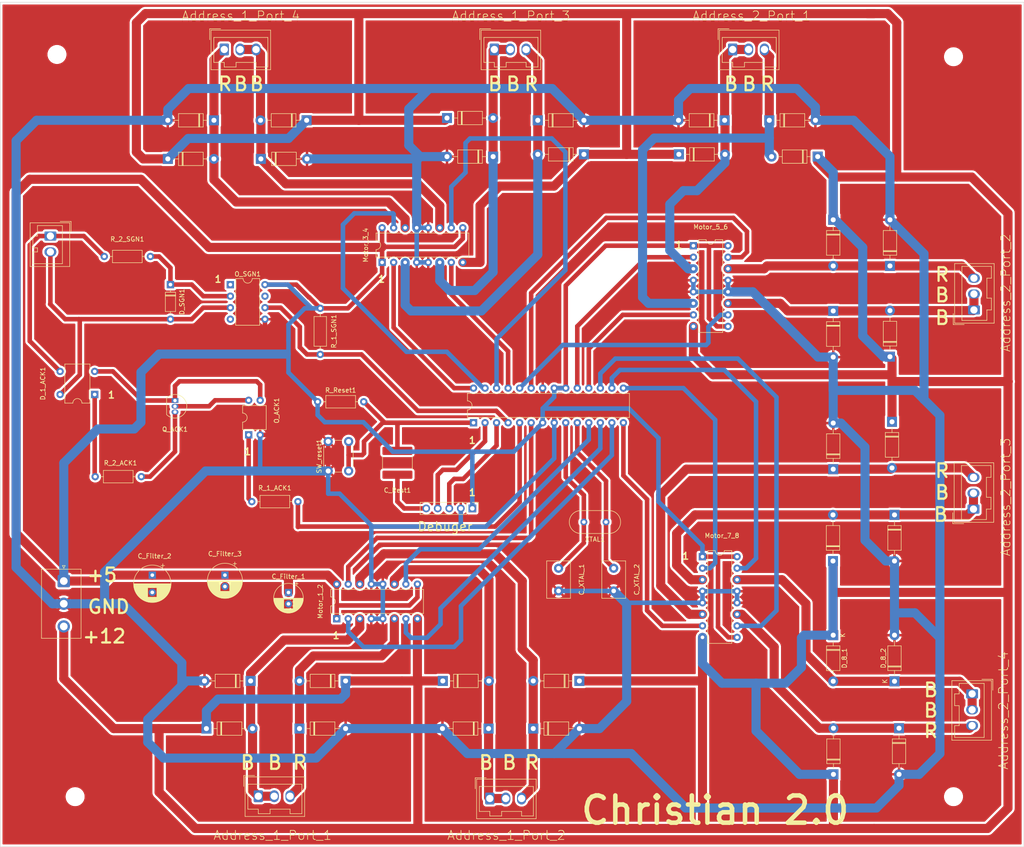
<source format=kicad_pcb>
(kicad_pcb (version 20221018) (generator pcbnew)
  (layers (0 "F.Cu" signal) (31 "B.Cu" signal) (34 "B.Paste" user) (35 "F.Paste" user) (36 "B.SilkS" user "B.Silkscreen") (37 "F.SilkS" user "F.Silkscreen") (38 "B.Mask" user) (39 "F.Mask" user) (44 "Edge.Cuts" user))
  (net 0 "")
  (net 1 "Net-(Arduino1-Pad1)")
  (net 2 "Net-(Arduino1-Pad2)")
  (net 3 "Net-(Arduino1-Pad3)")
  (net 4 "Net-(Arduino1-Pad4)")
  (net 5 "Net-(Arduino1-Pad5)")
  (net 6 "Net-(Arduino1-Pad6)")
  (net 7 "+5V")
  (net 8 "Earth")
  (net 9 "Net-(Arduino1-Pad9)")
  (net 10 "Net-(Arduino1-Pad10)")
  (net 11 "Net-(Arduino1-Pad11)")
  (net 12 "Net-(Arduino1-Pad12)")
  (net 13 "Net-(Arduino1-Pad13)")
  (net 14 "Net-(Arduino1-Pad28)")
  (net 15 "Net-(CON_DCC1-Pad1)")
  (net 16 "Net-(CON_DCC1-Pad2)")
  (net 17 "Net-(D_1_ACK1-Pad1)")
  (net 18 "Net-(D_1_ACK1-Pad2)")
  (net 19 "Net-(D_SGN1-Pad1)")
  (net 20 "Net-(Arduino1-Pad14)")
  (net 21 "Net-(Arduino1-Pad15)")
  (net 22 "Net-(Arduino1-Pad16)")
  (net 23 "+12V")
  (net 24 "Net-(O_ACK1-Pad1)")
  (net 25 "Net-(O_ACK1-Pad4)")
  (net 29 "Net-(Q_ACK1-Pad3)")
  (net 30 "Net-(Arduino1-Pad17)")
  (net 31 "Net-(Arduino1-Pad18)")
  (net 32 "Net-(Arduino1-Pad19)")
  (net 33 "Net-(Arduino1-Pad23)")
  (net 34 "Net-(Arduino1-Pad24)")
  (net 35 "Net-(Arduino1-Pad25)")
  (net 36 "Net-(Arduino1-Pad26)")
  (net 37 "Net-(Arduino1-Pad27)")
  (net 38 "Net-(Address_1_Port_1-Pad3)")
  (net 39 "Net-(Address_1_Port_1-Pad1)")
  (net 40 "Net-(Address_1_Port_2-Pad1)")
  (net 41 "Net-(Address_1_Port_2-Pad3)")
  (net 42 "Net-(Address_2_Port_1-Pad1)")
  (net 43 "Net-(Address_2_Port_1-Pad3)")
  (net 44 "Net-(Address_2_Port_2-Pad1)")
  (net 45 "Net-(Address_2_Port_2-Pad3)")
  (net 46 "Net-(Address_2_Port_3-Pad1)")
  (net 47 "Net-(Address_2_Port_3-Pad3)")
  (net 48 "Net-(Address_2_Port_4-Pad1)")
  (net 49 "Net-(Address_2_Port_4-Pad3)")
  (net 50 "Net-(Address_1_Port_3-Pad1)")
  (net 51 "Net-(Address_1_Port_3-Pad3)")
  (net 52 "Net-(Address_1_Port_4-Pad1)")
  (net 53 "Net-(Address_1_Port_4-Pad2)")
  (net 54 "Net-(C_Rest1-Pad1)")
  (footprint "Connector_Wago:Wago_734-133_1x03_P3.50mm_Vertical" (layer "F.Cu") (at 410.85 126.9)
    (fp_text reference "Address_2_Port_1")
    (fp_text value "Conn_01x03_Female" hide)
  )
  (footprint "Package_TO_SOT_THT:TO-92_Inline" (layer "F.Cu") (at 288 204.23 -90)
    (fp_text reference "Q_ACK1")
    (fp_text value "BC557" hide)
  )
  (footprint "Connector_Wago:Wago_734-133_1x03_P3.50mm_Vertical" (layer "F.Cu") (at 358.35 126.9)
    (fp_text reference "Address_1_Port_3")
    (fp_text value "Conn_01x03_Female" hide)
  )
  (footprint "Capacitor_THT:C_Disc_D8.0mm_W5.0mm_P5.00mm" (layer "F.Cu") (at 372.5 241.18 -90)
    (fp_text reference "C_XTAL_1")
    (fp_text value "22 pF" hide)
  )
  (footprint "Package_DIP:DIP-8_W7.62mm" (layer "F.Cu") (at 300.2 178.7)
    (fp_text reference "O_SGN1")
    (fp_text value "6N136" hide)
  )
  (footprint "Diode_THT:D_DO-41_SOD81_P10.16mm_Horizontal" (layer "F.Cu") (at 317 142.5 180)
    (fp_text reference "D_4_1" hide)
    (fp_text value "1N5819" hide)
  )
  (footprint "Connector_Wago:Wago_734-133_1x03_P3.50mm_Vertical" (layer "F.Cu") (at 357.35 291.9)
    (fp_text reference "Address_1_Port_2")
    (fp_text value "Conn_01x03_Female" hide)
  )
  (footprint "Resistor_THT:R_Axial_DIN0207_L6.3mm_D2.5mm_P10.16mm_Horizontal" (layer "F.Cu") (at 315.08 226.5 180)
    (fp_text reference "R_1_ACK1")
    (fp_text value "1K" hide)
  )
  (footprint "Diode_THT:Diode_Bridge_DIP-4_W7.62mm_P5.08mm" (layer "F.Cu") (at 270.31 202.9 180)
    (fp_text reference "D_1_ACK1")
    (fp_text value "DF06M" hide)
  )
  (footprint "Diode_THT:D_DO-41_SOD81_P10.16mm_Horizontal" (layer "F.Cu") (at 409.08 142.5 180)
    (fp_text reference "D_5_2" hide)
    (fp_text value "1N5819" hide)
  )
  (footprint "Resistor_THT:R_Axial_DIN0207_L6.3mm_D2.5mm_P10.16mm_Horizontal" (layer "F.Cu") (at 280.58 221 180)
    (fp_text reference "R_2_ACK1")
    (fp_text value "100" hide)
  )
  (footprint "Capacitor_THT:CP_Radial_D8.0mm_P3.80mm" (layer "F.Cu") (at 283 242.697349 -90)
    (fp_text reference "C_Filter_2")
    (fp_text value "47uF" hide)
  )
  (footprint "Package_DIP:DIP-16_W7.62mm" (layer "F.Cu") (at 402.2 170.125)
    (fp_text reference "Motor_5_6")
    (fp_text value "L293" hide)
  )
  (footprint "Resistor_THT:R_Axial_DIN0207_L6.3mm_D2.5mm_P10.16mm_Horizontal" (layer "F.Cu") (at 272.42 172.5)
    (fp_text reference "R_2_SGN1")
    (fp_text value "1K" hide)
  )
  (footprint "Diode_THT:D_DO-41_SOD81_P10.16mm_Horizontal" (layer "F.Cu") (at 432.95 239.58 90)
    (fp_text reference "D_7_1" hide)
    (fp_text value "1N5819" hide)
  )
  (footprint "Connector_Wago:Wago_734-132_1x02_P3.50mm_Vertical" (layer "F.Cu") (at 260.55 168 -90)
    (fp_text reference "CON_DCC1" hide)
    (fp_text value "DCC")
  )
  (footprint "Diode_THT:D_DO-41_SOD81_P10.16mm_Horizontal" (layer "F.Cu") (at 347 266)
    (fp_text reference "D_2_1" hide)
    (fp_text value "1N5819" hide)
  )
  (footprint "Diode_THT:D_DO-41_SOD81_P10.16mm_Horizontal" (layer "F.Cu") (at 347.92 142)
    (fp_text reference "D_3_1" hide)
    (fp_text value "1N5819" hide)
  )
  (footprint "Connector_Wago:Wago_734-133_1x03_P3.50mm_Vertical" (layer "F.Cu") (at 464 184.2775 90)
    (fp_text reference "Address_2_Port_2")
    (fp_text value "Conn_01x03_Female" hide)
  )
  (footprint "Package_DIP:DIP-16_W7.62mm" (layer "F.Cu") (at 404.2 238.625)
    (fp_text reference "Motor_7_8")
    (fp_text value "L293" hide)
  )
  (footprint "Connector_Wago:Wago_734-133_1x03_P3.50mm_Vertical" (layer "F.Cu") (at 298.85 126.9)
    (fp_text reference "Address_1_Port_4")
    (fp_text value "Conn_01x03_Female" hide)
  )
  (footprint "Diode_THT:D_DO-41_SOD81_P10.16mm_Horizontal" (layer "F.Cu") (at 294.92 276.5)
    (fp_text reference "D_1_1" hide)
    (fp_text value "1N5819" hide)
  )
  (footprint "Diode_THT:D_DO-41_SOD81_P10.16mm_Horizontal" (layer "F.Cu") (at 433 219.3575 90)
    (fp_text reference "D_7_4" hide)
    (fp_text value "1N5819" hide)
  )
  (footprint "Diode_THT:D_DO-41_SOD81_P10.16mm_Horizontal" (layer "F.Cu") (at 357.08 276.5 180)
    (fp_text reference "D_2_2" hide)
    (fp_text value "1N5819" hide)
  )
  (footprint "Diode_THT:D_DO-41_SOD81_P10.16mm_Horizontal" (layer "F.Cu") (at 445.5 174.58 90)
    (fp_text reference "D_6_4" hide)
    (fp_text value "1N5819" hide)
  )
  (footprint "Diode_THT:D_DO-41_SOD81_P10.16mm_Horizontal" (layer "F.Cu") (at 446.5 229.42 -90)
    (fp_text reference "D_7_2" hide)
    (fp_text value "1N5819" hide)
  )
  (footprint "Diode_THT:D_DO-41_SOD81_P10.16mm_Horizontal" (layer "F.Cu") (at 399 150)
    (fp_text reference "D_5_1" hide)
    (fp_text value "1N5819" hide)
  )
  (footprint "MountingHole:MountingHole_3.2mm_M3" (layer "F.Cu") (at 459.5 128.5)
    (fp_text reference "REF**" hide)
    (fp_text value "MountingHole_3.2mm_M3" hide)
  )
  (footprint "Diode_THT:D_DO-41_SOD81_P10.16mm_Horizontal" (layer "F.Cu") (at 296.58 142.5 180)
    (fp_text reference "D_4_4" hide)
    (fp_text value "1N5819" hide)
  )
  (footprint "Diode_THT:D_DO-41_SOD81_P10.16mm_Horizontal" (layer "F.Cu") (at 418.92 142.5)
    (fp_text reference "D_5_4" hide)
    (fp_text value "1N5819" hide)
  )
  (footprint "MountingHole:MountingHole_3.2mm_M3" (layer "F.Cu") (at 262 128)
    (fp_text reference "REF**" hide)
    (fp_text value "MountingHole_3.2mm_M3" hide)
  )
  (footprint "Capacitor_THT:C_Disc_D8.0mm_W5.0mm_P5.00mm" (layer "F.Cu") (at 384.64 241.18 -90)
    (fp_text reference "C_XTAL_2")
    (fp_text value "22 pF" hide)
  )
  (footprint "Diode_THT:D_DO-41_SOD81_P10.16mm_Horizontal" (layer "F.Cu") (at 367.92 142.5)
    (fp_text reference "D_3_4" hide)
    (fp_text value "1N5819" hide)
  )
  (footprint "Diode_THT:D_DO-41_SOD81_P10.16mm_Horizontal" (layer "F.Cu") (at 433 184.5 -90)
    (fp_text reference "D_6_2" hide)
    (fp_text value "1N5819" hide)
  )
  (footprint "Diode_THT:D_DO-41_SOD81_P10.16mm_Horizontal" (layer "F.Cu") (at 433 255.92 -90)
    (fp_text reference "D_8_1")
    (fp_text value "1N5819")
  )
  (footprint "Capacitor_THT:CP_Radial_D6.3mm_P2.50mm" (layer "F.Cu") (at 313 246.527401 -90)
    (fp_text reference "C_Filter_1")
    (fp_text value "10uF" hide)
  )
  (footprint "Connector_Wago:Wago_734-133_1x03_P3.50mm_Vertical" (layer "F.Cu") (at 306.35 291.4)
    (fp_text reference "Address_1_Port_1")
    (fp_text value "Conn_01x03_Female" hide)
  )
  (footprint "Button_Switch_THT:SW_PUSH_6mm_H5mm" (layer "F.Cu") (at 321.75 219.75 90)
    (fp_text reference "SW_reset1")
    (fp_text value "SW_DIP_x01" hide)
  )
  (footprint "MountingHole:MountingHole_3.2mm_M3" (layer "F.Cu") (at 266 291.5)
    (fp_text reference "REF**" hide)
    (fp_text value "MountingHole_3.2mm_M3" hide)
  )
  (footprint "Crystal:Crystal_HC49-U_Vertical" (layer "F.Cu") (at 382.95 231 180)
    (fp_text reference "XTAL1")
    (fp_text value "Crystal 16 Mhz" hide)
  )
  (footprint "Diode_THT:D_DO-41_SOD81_P10.16mm_Horizontal" (layer "F.Cu") (at 377.08 266 180)
    (fp_text reference "D_2_3" hide)
    (fp_text value "1N5819" hide)
  )
  (footprint "Diode_THT:D_DO-41_SOD81_P10.16mm_Horizontal" (layer "F.Cu") (at 286.42 151)
    (fp_text reference "D_4_3" hide)
    (fp_text value "1N5819" hide)
  )
  (footprint "Diode_THT:D_DO-41_SOD81_P10.16mm_Horizontal" (layer "F.Cu") (at 446.5 266.08 90)
    (fp_text reference "D_8_2")
    (fp_text value "1N5819")
  )
  (footprint "Package_DIP:DIP-4_W7.62mm" (layer "F.Cu") (at 304.225 211.8 90)
    (fp_text reference "O_ACK1")
    (fp_text value "PC817" hide)
  )
  (footprint "Diode_THT:D_DO-41_SOD81_P10.16mm_Horizontal" (layer "F.Cu") (at 306.92 151)
    (fp_text reference "D_4_2" hide)
    (fp_text value "1N5819" hide)
  )
  (footprint "MountingHole:MountingHole_3.2mm_M3" (layer "F.Cu") (at 459.5 291.5)
    (fp_text reference "REF**" hide)
    (fp_text value "MountingHole_3.2mm_M3" hide)
  )
  (footprint "Diode_THT:D_DO-41_SOD81_P10.16mm_Horizontal" (layer "F.Cu") (at 433 164.42 -90)
    (fp_text reference "D_6_3" hide)
    (fp_text value "1N5819" hide)
  )
  (footprint "Diode_THT:D_DO-41_SOD81_P10.16mm_Horizontal" (layer "F.Cu") (at 445.95 208.92 -90)
    (fp_text reference "D_7_3" hide)
    (fp_text value "1N5819" hide)
  )
  (footprint "Capacitor_THT:CP_Radial_D7.5mm_P2.50mm" (layer "F.Cu") (at 299 242.697349 -90)
    (fp_text reference "C_Filter_3")
    (fp_text value "47uF" hide)
  )
  (footprint "Diode_THT:D_DO-41_SOD81_P10.16mm_Horizontal" (layer "F.Cu") (at 366.92 276.5)
    (fp_text reference "D_2_4" hide)
    (fp_text value "1N5819" hide)
  )
  (footprint "Diode_THT:D_DO-41_SOD81_P10.16mm_Horizontal" (layer "F.Cu") (at 325.58 266 180)
    (fp_text reference "D_1_3" hide)
    (fp_text value "1N5819" hide)
  )
  (footprint "Diode_THT:D_DO-41_SOD81_P10.16mm_Horizontal" (layer "F.Cu") (at 304.66 266 180)
    (fp_text reference "D_1_2" hide)
    (fp_text value "1N5819" hide)
  )
  (footprint "Capacitor_SMD:C_2225_5664Metric_Pad1.80x6.60mm_HandSolder" (layer "F.Cu") (at 337 217.95 90)
    (fp_text reference "C_Rest1")
    (fp_text value "100nF" hide)
  )
  (footprint "Connector_JST:JST_NV_B03P-NV_1x03_P5.00mm_Vertical" (layer "F.Cu") (at 263.5 244 -90)
    (fp_text reference "Source1" hide)
    (fp_text value "Source")
  )
  (footprint "Connector_PinHeader_2.54mm:PinHeader_1x05_P2.54mm_Vertical" (layer "F.Cu") (at 353.5 228 -90)
    (fp_text reference "Conn_Debuger1" hide)
    (fp_text value "Debuger")
  )
  (footprint "Diode_THT:D_DO-41_SOD81_P10.16mm_Horizontal" (layer "F.Cu") (at 429.58 150.5 180)
    (fp_text reference "D_5_3" hide)
    (fp_text value "1N5819" hide)
  )
  (footprint "Connector_Wago:Wago_734-133_1x03_P3.50mm_Vertical" (layer "F.Cu") (at 463.6 268.85 -90)
    (fp_text reference "Address_2_Port_4")
    (fp_text value "Conn_01x03_Female" hide)
  )
  (footprint "Diode_THT:D_DO-41_SOD81_P10.16mm_Horizontal" (layer "F.Cu") (at 378.08 150 180)
    (fp_text reference "D_3_3" hide)
    (fp_text value "1N5819" hide)
  )
  (footprint "Diode_THT:D_DO-41_SOD81_P10.16mm_Horizontal" (layer "F.Cu") (at 358.08 150.5 180)
    (fp_text reference "D_3_2" hide)
    (fp_text value "1N5819" hide)
  )
  (footprint "Diode_THT:D_DO-35_SOD27_P7.62mm_Horizontal" (layer "F.Cu") (at 287 178.69 -90)
    (fp_text reference "D_SGN1")
    (fp_text value "1N4148" hide)
  )
  (footprint "Package_DIP:DIP-16_W7.62mm" (layer "F.Cu") (at 333.625 173.8 90)
    (fp_text reference "Motor_3_4")
    (fp_text value "L293" hide)
  )
  (footprint "Diode_THT:D_DO-41_SOD81_P10.16mm_Horizontal" (layer "F.Cu") (at 315.42 276.5)
    (fp_text reference "D_1_4" hide)
    (fp_text value "1N5819" hide)
  )
  (footprint "Resistor_THT:R_Axial_DIN0207_L6.3mm_D2.5mm_P10.16mm_Horizontal" (layer "F.Cu") (at 319.42 204.5)
    (fp_text reference "R_Reset1")
    (fp_text value "10K" hide)
  )
  (footprint "Package_DIP:DIP-28_W7.62mm" (layer "F.Cu") (at 353.76 209.12 90)
    (fp_text reference "Arduino1" hide)
    (fp_text value "ATmega328-P")
  )
  (footprint "Resistor_THT:R_Axial_DIN0207_L6.3mm_D2.5mm_P10.16mm_Horizontal" (layer "F.Cu") (at 320 194.08 90)
    (fp_text reference "R_1_SGN1")
    (fp_text value "10K" hide)
  )
  (footprint "Diode_THT:D_DO-41_SOD81_P10.16mm_Horizontal" (layer "F.Cu") (at 447.5 276.42 -90)
    (fp_text reference "D_8_4" hide)
    (fp_text value "1N5819" hide)
  )
  (footprint "Diode_THT:D_DO-41_SOD81_P10.16mm_Horizontal" (layer "F.Cu") (at 445.5 194.58 90)
    (fp_text reference "D_6_1" hide)
    (fp_text value "1N5819" hide)
  )
  (footprint "Diode_THT:D_DO-41_SOD81_P10.16mm_Horizontal" (layer "F.Cu") (at 433.05 286.58 90)
    (fp_text reference "D_8_3" hide)
    (fp_text value "1N5819" hide)
  )
  (footprint "Package_DIP:DIP-16_W7.62mm" (layer "F.Cu") (at 323.625 252.3 90)
    (fp_text reference "Motor_1_2")
    (fp_text value "L293" hide)
  )
  (footprint "Connector_Wago:Wago_734-133_1x03_P3.50mm_Vertical" (layer "F.Cu") (at 463.9 228.15 90)
    (fp_text reference "Address_2_Port_3")
    (fp_text value "Conn_01x03_Female" hide)
  )
  (gr_line (start 475 302.5) (end 249.5 302.5) (stroke (width 0.1)) (layer "Edge.Cuts"))
  (gr_line (start 475 116.5) (end 475 302.5) (stroke (width 0.1)) (layer "Edge.Cuts"))
  (gr_line (start 249.5 302.5) (end 249.5 116.5) (stroke (width 0.1)) (layer "Edge.Cuts"))
  (gr_line (start 249.5 116.5) (end 475 116.5) (stroke (width 0.1)) (layer "Edge.Cuts"))
  (gr_text "B" (at 358.5 134.5) (layer "F.SilkS") (effects (font (size 3 3) (thickness 0.5))))
  (gr_text "B" (at 310 284) (layer "F.SilkS") (effects (font (size 3 3) (thickness 0.5))))
  (gr_text "R" (at 454.5 277) (layer "F.SilkS") (effects (font (size 3 3) (thickness 0.5))))
  (gr_text "R" (at 366.5 134.5) (layer "F.SilkS") (effects (font (size 3 3) (thickness 0.5))))
  (gr_text "B" (at 454.5 272.5) (layer "F.SilkS") (effects (font (size 3 3) (thickness 0.5))))
  (gr_text "1" (at 274 203) (layer "F.SilkS") (effects (font (size 1.5 1.5) (thickness 0.3))))
  (gr_text "1" (at 399 170) (layer "F.SilkS") (effects (font (size 1.5 1.5) (thickness 0.3))))
  (gr_text "Christian 2.0" (at 407 294.5) (layer "F.SilkS") (effects (font (size 6 6) (thickness 1))))
  (gr_text "1" (at 353.5 213) (layer "F.SilkS") (effects (font (size 1.5 1.5) (thickness 0.3))))
  (gr_text "GND" (at 273.4 249.6675) (layer "F.SilkS") (effects (font (size 3 3) (thickness 0.5))))
  (gr_text "B" (at 304 284) (layer "F.SilkS") (effects (font (size 3 3) (thickness 0.5))))
  (gr_text "1" (at 323.5 256) (layer "F.SilkS") (effects (font (size 1.5 1.5) (thickness 0.3))))
  (gr_text "1" (at 400.5 238.5) (layer "F.SilkS") (effects (font (size 1.5 1.5) (thickness 0.3))))
  (gr_text "1" (at 297.5 177.5) (layer "F.SilkS") (effects (font (size 1.5 1.5) (thickness 0.3))))
  (gr_text "+12" (at 272.4 256.1675) (layer "F.SilkS") (effects (font (size 3 3) (thickness 0.5))))
  (gr_text "B" (at 306 134.5) (layer "F.SilkS") (effects (font (size 3 3) (thickness 0.5))))
  (gr_text "R" (at 418.5 134.5) (layer "F.SilkS") (effects (font (size 3 3) (thickness 0.5))))
  (gr_text "B" (at 454.5 268) (layer "F.SilkS") (effects (font (size 3 3) (thickness 0.5))))
  (gr_text "B" (at 457 186) (layer "F.SilkS") (effects (font (size 3 3) (thickness 0.5))))
  (gr_text "B" (at 457 181) (layer "F.SilkS") (effects (font (size 3 3) (thickness 0.5))))
  (gr_text "B" (at 356.5 284) (layer "F.SilkS") (effects (font (size 3 3) (thickness 0.5))))
  (gr_text "B" (at 414.5 134.5) (layer "F.SilkS") (effects (font (size 3 3) (thickness 0.5))))
  (gr_text "B" (at 362.5 134.5) (layer "F.SilkS") (effects (font (size 3 3) (thickness 0.5))))
  (gr_text "B" (at 410.5 134.5) (layer "F.SilkS") (effects (font (size 3 3) (thickness 0.5))))
  (gr_text "+5" (at 271.9 242.6675) (layer "F.SilkS") (effects (font (size 3 3) (thickness 0.5))))
  (gr_text "1" (at 333.5 177.5) (layer "F.SilkS") (effects (font (size 1.5 1.5) (thickness 0.3))))
  (gr_text "B" (at 456.692 229.362) (layer "F.SilkS") (effects (font (size 3 3) (thickness 0.5))))
  (gr_text "R" (at 457 219.71) (layer "F.SilkS") (effects (font (size 3 3) (thickness 0.5))))
  (gr_text "R" (at 299 134.5) (layer "F.SilkS") (effects (font (size 3 3) (thickness 0.5))))
  (gr_text "R" (at 457 176.5) (layer "F.SilkS") (effects (font (size 3 3) (thickness 0.5))))
  (gr_text "B" (at 457 224.5) (layer "F.SilkS") (effects (font (size 3 3) (thickness 0.5))))
  (gr_text "1" (at 353.5 224.5) (layer "F.SilkS") (effects (font (size 1.5 1.5) (thickness 0.3))))
  (gr_text "1" (at 304 215.5) (layer "F.SilkS") (effects (font (size 1.5 1.5) (thickness 0.3))))
  (gr_text "R" (at 315.5 284) (layer "F.SilkS") (effects (font (size 3 3) (thickness 0.5))))
  (gr_text "R" (at 366.66 284) (layer "F.SilkS") (effects (font (size 3 3) (thickness 0.5))))
  (gr_text "B" (at 302.5 134.5) (layer "F.SilkS") (effects (font (size 3 3) (thickness 0.5))))
  (gr_text "B" (at 361.66 284) (layer "F.SilkS") (effects (font (size 3 3) (thickness 0.5))))
  (segment (start 337.38 209.12) (end 334.2 209.12) (width 1) (layer "F.Cu") (net 1))
  (segment (start 326.25 213.25) (end 326.25 216.25) (width 1) (layer "F.Cu") (net 1))
  (segment (start 337 215.325) (end 337 209.5) (width 1) (layer "F.Cu") (net 1))
  (segment (start 329.64 213.25) (end 333.77 209.12) (width 1) (layer "F.Cu") (net 1))
  (segment (start 326.25 216.25) (end 326.25 219.75) (width 1) (layer "F.Cu") (net 1))
  (segment (start 329.64 215.86) (end 329.64 213.25) (width 1) (layer "F.Cu") (net 1))
  (segment (start 334.2 209.12) (end 329.58 204.5) (width 1) (layer "F.Cu") (net 1))
  (segment (start 333.77 209.12) (end 334.2 209.12) (width 1) (layer "F.Cu") (net 1))
  (segment (start 326.25 216.25) (end 329.25 216.25) (width 1) (layer "F.Cu") (net 1))
  (segment (start 337 209.5) (end 337.38 209.12) (width 1) (layer "F.Cu") (net 1))
  (segment (start 329.25 216.25) (end 329.64 215.86) (width 1) (layer "F.Cu") (net 1))
  (segment (start 353.76 209.12) (end 337.38 209.12) (width 1) (layer "F.Cu") (net 1))
  (segment (start 347 219.5) (end 345.88 220.62) (width 1) (layer "F.Cu") (net 2))
  (segment (start 356.3 213.2) (end 350 219.5) (width 1) (layer "F.Cu") (net 2))
  (segment (start 345.88 220.62) (end 345.88 228) (width 1) (layer "F.Cu") (net 2))
  (segment (start 350 219.5) (end 347 219.5) (width 1) (layer "F.Cu") (net 2))
  (segment (start 356.3 209.12) (end 356.3 213.2) (width 1) (layer "F.Cu") (net 2))
  (segment (start 351.5 221.5) (end 358.84 214.16) (width 1) (layer "F.Cu") (net 3))
  (segment (start 358.84 214.16) (end 358.84 209.12) (width 1) (layer "F.Cu") (net 3))
  (segment (start 348.42 222.58) (end 349.5 221.5) (width 1) (layer "F.Cu") (net 3))
  (segment (start 349.5 221.5) (end 351.5 221.5) (width 1) (layer "F.Cu") (net 3))
  (segment (start 348.42 228) (end 348.42 222.58) (width 1) (layer "F.Cu") (net 3))
  (segment (start 341.5 206.5) (end 329.08 194.08) (width 1) (layer "F.Cu") (net 4))
  (segment (start 315.5 192.5) (end 317.08 194.08) (width 1) (layer "F.Cu") (net 4))
  (segment (start 317.08 194.08) (end 320 194.08) (width 1) (layer "F.Cu") (net 4))
  (segment (start 329.08 194.08) (end 320 194.08) (width 1) (layer "F.Cu") (net 4))
  (segment (start 361.38 209.12) (end 358.76 206.5) (width 1) (layer "F.Cu") (net 4))
  (segment (start 307.82 183.78) (end 311.28 183.78) (width 1) (layer "F.Cu") (net 4))
  (segment (start 358.76 206.5) (end 341.5 206.5) (width 1) (layer "F.Cu") (net 4))
  (segment (start 315.5 188) (end 315.5 192.5) (width 1) (layer "F.Cu") (net 4))
  (segment (start 311.28 183.78) (end 315.5 188) (width 1) (layer "F.Cu") (net 4))
  (segment (start 315.16 232) (end 315.08 232.08) (width 1) (layer "F.Cu") (net 5))
  (segment (start 363.92 209.12) (end 363.92 226.58) (width 1) (layer "F.Cu") (net 5))
  (segment (start 358.5 232) (end 315.16 232) (width 1) (layer "F.Cu") (net 5))
  (segment (start 363.92 226.58) (end 358.5 232) (width 1) (layer "F.Cu") (net 5))
  (segment (start 315.08 232.08) (end 315.08 226.5) (width 1) (layer "F.Cu") (net 5))
  (segment (start 366.46 234.04) (end 366 234.5) (width 1) (layer "F.Cu") (net 6))
  (segment (start 366 234.5) (end 332.5 234.5) (width 1) (layer "F.Cu") (net 6))
  (segment (start 326.165 240.835) (end 326.165 244.68) (width 1) (layer "F.Cu") (net 6))
  (segment (start 332.5 234.5) (end 326.165 240.835) (width 1) (layer "F.Cu") (net 6))
  (segment (start 366.46 209.12) (end 366.46 234.04) (width 1) (layer "F.Cu") (net 6))
  (segment (start 256 155.5) (end 280.5 155.5) (width 2) (layer "F.Cu") (net 7))
  (segment (start 299 242.697349) (end 312.197349 242.697349) (width 2) (layer "F.Cu") (net 7))
  (segment (start 313 243.5) (end 312.197349 242.697349) (width 2) (layer "F.Cu") (net 7))
  (segment (start 411.82 256.405) (end 409.905 256.405) (width 1) (layer "F.Cu") (net 7))
  (segment (start 382.875 170.125) (end 402.2 170.125) (width 1) (layer "F.Cu") (net 7))
  (segment (start 333.625 170.375) (end 333.625 166.18) (width 1) (layer "F.Cu") (net 7))
  (segment (start 402.2 170.125) (end 405.625 170.125) (width 1) (layer "F.Cu") (net 7))
  (segment (start 405.625 170.125) (end 409.82 170.125) (width 1) (layer "F.Cu") (net 7))
  (segment (start 374.08 201.5) (end 374.08 178.92) (width 1) (layer "F.Cu") (net 7))
  (segment (start 409.82 187.905) (end 407.405 187.905) (width 1) (layer "F.Cu") (net 7))
  (segment (start 341.405 244.68) (end 341.405 247.595) (width 1) (layer "F.Cu") (net 7))
  (segment (start 373 201.5) (end 374.08 201.5) (width 1) (layer "F.Cu") (net 7))
  (segment (start 351.405 166.18) (end 351.405 168.595) (width 1) (layer "F.Cu") (net 7))
  (segment (start 313 246.527401) (end 313 243.5) (width 2) (layer "F.Cu") (net 7))
  (segment (start 253 233.5) (end 253 158.5) (width 2) (layer "F.Cu") (net 7))
  (segment (start 333.625 173.8) (end 333.625 170.375) (width 1) (layer "F.Cu") (net 7))
  (segment (start 333.625 176.375) (end 333.625 173.8) (width 1) (layer "F.Cu") (net 7))
  (segment (start 405.625 186.125) (end 405.625 170.125) (width 1) (layer "F.Cu") (net 7))
  (segment (start 263.5 244) (end 253 233.5) (width 2) (layer "F.Cu") (net 7))
  (segment (start 326.08 183.92) (end 333.625 176.375) (width 1) (layer "F.Cu") (net 7))
  (segment (start 339.625 249.375) (end 323.625 249.375) (width 1) (layer "F.Cu") (net 7))
  (segment (start 312.197349 242.697349) (end 321.642349 242.697349) (width 2) (layer "F.Cu") (net 7))
  (segment (start 307.82 178.7) (end 312.3 178.7) (width 1) (layer "F.Cu") (net 7))
  (segment (start 253 158.5) (end 256 155.5) (width 2) (layer "F.Cu") (net 7))
  (segment (start 333.5 170.5) (end 333.625 170.375) (width 2) (layer "F.Cu") (net 7))
  (segment (start 263.5 244) (end 272.5 244) (width 2) (layer "F.Cu") (net 7))
  (segment (start 314.7 178.7) (end 317.5 181.5) (width 1) (layer "F.Cu") (net 7))
  (segment (start 407.405 187.905) (end 405.625 186.125) (width 1) (layer "F.Cu") (net 7))
  (segment (start 299 242.697349) (end 283 242.697349) (width 2) (layer "F.Cu") (net 7))
  (segment (start 323.625 252.3) (end 323.625 249.375) (width 1) (layer "F.Cu") (net 7))
  (segment (start 280.5 155.5) (end 295.5 170.5) (width 2) (layer "F.Cu") (net 7))
  (segment (start 409.905 256.405) (end 407.625 254.125) (width 1) (layer "F.Cu") (net 7))
  (segment (start 323.625 249.375) (end 323.625 244.68) (width 1) (layer "F.Cu") (net 7))
  (segment (start 404.2 238.625) (end 407.625 238.625) (width 1) (layer "F.Cu") (net 7))
  (segment (start 351.405 168.595) (end 349.625 170.375) (width 1) (layer "F.Cu") (net 7))
  (segment (start 349.625 170.375) (end 333.625 170.375) (width 1) (layer "F.Cu") (net 7))
  (segment (start 317.58 181.5) (end 320 183.92) (width 1) (layer "F.Cu") (net 7))
  (segment (start 273.802651 242.697349) (end 272.5 244) (width 2) (layer "F.Cu") (net 7))
  (segment (start 312.3 178.7) (end 314.7 178.7) (width 1) (layer "F.Cu") (net 7))
  (segment (start 407.625 238.625) (end 411.82 238.625) (width 1) (layer "F.Cu") (net 7))
  (segment (start 320 183.92) (end 326.08 183.92) (width 1) (layer "F.Cu") (net 7))
  (segment (start 317.5 181.5) (end 317.58 181.5) (width 1) (layer "F.Cu") (net 7))
  (segment (start 295.5 170.5) (end 333.5 170.5) (width 2) (layer "F.Cu") (net 7))
  (segment (start 283 242.697349) (end 273.802651 242.697349) (width 2) (layer "F.Cu") (net 7))
  (segment (start 374.08 178.92) (end 382.875 170.125) (width 1) (layer "F.Cu") (net 7))
  (segment (start 321.642349 242.697349) (end 323.625 244.68) (width 2) (layer "F.Cu") (net 7))
  (segment (start 341.405 247.595) (end 339.625 249.375) (width 1) (layer "F.Cu") (net 7))
  (segment (start 371.54 201.5) (end 373 201.5) (width 1) (layer "F.Cu") (net 7))
  (segment (start 407.625 254.125) (end 407.625 238.625) (width 1) (layer "F.Cu") (net 7))
  (segment (start 369 209.12) (end 369 206) (width 1) (layer "B.Cu") (net 7))
  (segment (start 321 209) (end 319.42 207.42) (width 1) (layer "B.Cu") (net 7))
  (segment (start 280.5 198) (end 284.5 194) (width 2) (layer "B.Cu") (net 7))
  (segment (start 369 209.12) (end 362.62 215.5) (width 1) (layer "B.Cu") (net 7))
  (segment (start 388 206) (end 394.5 212.5) (width 1) (layer "B.Cu") (net 7))
  (segment (start 307.82 178.7) (end 312.86 178.7) (width 1) (layer "B.Cu") (net 7))
  (segment (start 279 210.5) (end 280.5 209) (width 2) (layer "B.Cu") (net 7))
  (segment (start 371.54 203.46) (end 371.54 201.5) (width 1) (layer "B.Cu") (net 7))
  (segment (start 316.58 183.92) (end 318.08 183.92) (width 1) (layer "B.Cu") (net 7))
  (segment (start 394.5 226.5) (end 404.2 236.2) (width 1) (layer "B.Cu") (net 7))
  (segment (start 353.5 228) (end 353.5 215.5) (width 1) (layer "B.Cu") (net 7))
  (segment (start 329.5 209) (end 321 209) (width 1) (layer "B.Cu") (net 7))
  (segment (start 394.5 212.5) (end 394.5 226.5) (width 1) (layer "B.Cu") (net 7))
  (segment (start 313 187.5) (end 316.58 183.92) (width 1) (layer "B.Cu") (net 7))
  (segment (start 319.42 207.42) (end 319.42 204.5) (width 1) (layer "B.Cu") (net 7))
  (segment (start 336 215.5) (end 329.5 209) (width 1) (layer "B.Cu") (net 7))
  (segment (start 369 206) (end 388 206) (width 1) (layer "B.Cu") (net 7))
  (segment (start 312.86 178.7) (end 318.08 183.92) (width 1) (layer "B.Cu") (net 7))
  (segment (start 318.08 183.92) (end 320 183.92) (width 1) (layer "B.Cu") (net 7))
  (segment (start 369 206) (end 371.54 203.46) (width 1) (layer "B.Cu") (net 7))
  (segment (start 404.2 236.2) (end 404.2 238.625) (width 1) (layer "B.Cu") (net 7))
  (segment (start 319.42 204.5) (end 313 198.08) (width 1) (layer "B.Cu") (net 7))
  (segment (start 263.5 244) (end 263.5 218) (width 2) (layer "B.Cu") (net 7))
  (segment (start 371.54 201.5) (end 374.08 201.5) (width 1) (layer "B.Cu") (net 7))
  (segment (start 313 191) (end 313 187.5) (width 1) (layer "B.Cu") (net 7))
  (segment (start 313 198.08) (end 313 191) (width 1) (layer "B.Cu") (net 7))
  (segment (start 271 210.5) (end 279 210.5) (width 2) (layer "B.Cu") (net 7))
  (segment (start 362.62 215.5) (end 353.5 215.5) (width 1) (layer "B.Cu") (net 7))
  (segment (start 280.5 209) (end 280.5 198) (width 2) (layer "B.Cu") (net 7))
  (segment (start 284.5 194) (end 312.5 194) (width 2) (layer "B.Cu") (net 7))
  (segment (start 263.5 218) (end 271 210.5) (width 2) (layer "B.Cu") (net 7))
  (segment (start 353.5 215.5) (end 336 215.5) (width 1) (layer "B.Cu") (net 7))
  (segment (start 278.502651 246.497349) (end 275.25 249.75) (width 2) (layer "F.Cu") (net 8))
  (segment (start 306.765 211.8) (end 309.2 211.8) (width 1) (layer "F.Cu") (net 8))
  (segment (start 306.765 211.8) (end 306.765 213.765) (width 1) (layer "F.Cu") (net 8))
  (segment (start 275.25 249.75) (end 274.5 249) (width 2) (layer "F.Cu") (net 8))
  (segment (start 369 201.5) (end 369 202.78) (width 1) (layer "F.Cu") (net 8))
  (segment (start 321.75 219.75) (end 321.75 213.25) (width 1) (layer "F.Cu") (net 8))
  (segment (start 274.5 249) (end 263.5 249) (width 2) (layer "F.Cu") (net 8))
  (segment (start 299 249) (end 299.027401 249.027401) (width 2) (layer "F.Cu") (net 8))
  (segment (start 369 202.78) (end 371.54 205.32) (width 1) (layer "F.Cu") (net 8))
  (segment (start 312.75 219.75) (end 321.75 219.75) (width 1) (layer "F.Cu") (net 8))
  (segment (start 309.2 211.8) (end 312 209) (width 1) (layer "F.Cu") (net 8))
  (segment (start 283 246.497349) (end 292.997349 246.497349) (width 2) (layer "F.Cu") (net 8))
  (segment (start 283 246.497349) (end 278.502651 246.497349) (width 2) (layer "F.Cu") (net 8))
  (segment (start 276.5 258.5) (end 276.5 251) (width 2) (layer "F.Cu") (net 8))
  (segment (start 307.82 194.32) (end 307.82 186.32) (width 1) (layer "F.Cu") (net 8))
  (segment (start 312 209) (end 312 198.5) (width 1) (layer "F.Cu") (net 8))
  (segment (start 371.54 205.32) (end 371.54 209.12) (width 1) (layer "F.Cu") (net 8))
  (segment (start 295.527401 249.027401) (end 299.027401 249.027401) (width 2) (layer "F.Cu") (net 8))
  (segment (start 299.027401 249.027401) (end 313 249.027401) (width 2) (layer "F.Cu") (net 8))
  (segment (start 312 198.5) (end 307.82 194.32) (width 1) (layer "F.Cu") (net 8))
  (segment (start 294.5 266) (end 284 266) (width 2) (layer "F.Cu") (net 8))
  (segment (start 276.5 251) (end 275.25 249.75) (width 2) (layer "F.Cu") (net 8))
  (segment (start 292.997349 246.497349) (end 295.527401 249.027401) (width 2) (layer "F.Cu") (net 8))
  (segment (start 299 245.197349) (end 299 249) (width 2) (layer "F.Cu") (net 8))
  (segment (start 284 266) (end 276.5 258.5) (width 2) (layer "F.Cu") (net 8))
  (segment (start 306.765 213.765) (end 312.75 219.75) (width 1) (layer "F.Cu") (net 8))
  (segment (start 341.5 151) (end 317.08 151) (width 2) (layer "B.Cu") (net 8))
  (segment (start 276.5 249) (end 289.5 262) (width 2) (layer "B.Cu") (net 8))
  (segment (start 350.96 232.04) (end 350.96 228) (width 1) (layer "B.Cu") (net 8))
  (segment (start 398.92 138.08) (end 398.92 142.5) (width 2) (layer "B.Cu") (net 8))
  (segment (start 387.5 270.5) (end 387.5 249.04) (width 2) (layer "B.Cu") (net 8))
  (segment (start 339.5 140) (end 339.5 148) (width 2) (layer "B.Cu") (net 8))
  (segment (start 371.54 209.12) (end 371.54 216.96) (width 1) (layer "B.Cu") (net 8))
  (segment (start 331.5 232) (end 324.25 224.75) (width 1) (layer "B.Cu") (net 8))
  (segment (start 425 135.5) (end 401.5 135.5) (width 2) (layer "B.Cu") (net 8))
  (segment (start 341.245 166.18) (end 343.785 166.18) (width 1) (layer "B.Cu") (net 8))
  (segment (start 352.42 282) (end 346.92 276.5) (width 2) (layer "B.Cu") (net 8))
  (segment (start 401.5 135.5) (end 398.92 138.08) (width 2) (layer "B.Cu") (net 8))
  (segment (start 285.5 283) (end 319.08 283) (width 2) (layer "B.Cu") (net 8))
  (segment (start 388.5 282) (end 400.5 294) (width 2) (layer "B.Cu") (net 8))
  (segment (start 433 200.5) (end 433 194.66) (width 2) (layer "B.Cu") (net 8))
  (segment (start 342 150.5) (end 347.92 150.5) (width 2) (layer "B.Cu") (net 8))
  (segment (start 433 209.1975) (end 434.6975 209.1975) (width 2) (layer "B.Cu") (net 8))
  (segment (start 286.42 142.5) (end 286.42 140.08) (width 2) (layer "B.Cu") (net 8))
  (segment (start 451 202) (end 433 202) (width 2) (layer "B.Cu") (net 8))
  (segment (start 453 204) (end 451 202) (width 2) (layer "B.Cu") (net 8))
  (segment (start 440 235) (end 444.58 239.58) (width 2) (layer "B.Cu") (net 8))
  (segment (start 289.5 262) (end 289.5 267) (width 2) (layer "B.Cu") (net 8))
  (segment (start 437.5 142.5) (end 429.08 142.5) (width 2) (layer "B.Cu") (net 8))
  (segment (start 381.5 276.5) (end 387.5 270.5) (width 2) (layer "B.Cu") (net 8))
  (segment (start 253 241) (end 261 249) (width 2) (layer "B.Cu") (net 8))
  (segment (start 289.5 267) (end 282 274.5) (width 2) (layer "B.Cu") (net 8))
  (segment (start 440 214.5) (end 440 235) (width 2) (layer "B.Cu") (net 8))
  (segment (start 356.46 232.04) (end 350.96 232.04) (width 1) (layer "B.Cu") (net 8))
  (segment (start 341.245 173.8) (end 341.245 166.18) (width 1) (layer "B.Cu") (net 8))
  (segment (start 272.5 249) (end 276.5 249) (width 2) (layer "B.Cu") (net 8))
  (segment (start 371.54 216.96) (end 356.46 232.04) (width 1) (layer "B.Cu") (net 8))
  (segment (start 446.5 255.92) (end 446.5 251) (width 2) (layer "B.Cu") (net 8))
  (segment (start 445.5 150.5) (end 437.5 142.5) (width 2) (layer "B.Cu") (net 8))
  (segment (start 411.82 248.785) (end 411.82 246.245) (width 1) (layer "B.Cu") (net 8))
  (segment (start 331.5 232) (end 350.92 232) (width 1) (layer "B.Cu") (net 8))
  (segment (start 282 279.5) (end 285.5 283) (width 2) (layer "B.Cu") (net 8))
  (segment (start 341.5 151) (end 341.245 151.255) (width 2) (layer "B.Cu") (net 8))
  (segment (start 272.5 249) (end 272.5 242) (width 2) (layer "B.Cu") (net 8))
  (segment (start 402.2 180.285) (end 402.2 177.8) (width 1) (layer "B.Cu") (net 8))
  (segment (start 261 249) (end 263.5 249) (width 2) (layer "B.Cu") (net 8))
  (segment (start 263.5 249) (end 272.5 249) (width 2) (layer "B.Cu") (net 8))
  (segment (start 456.5 282) (end 456.5 256.5) (width 2) (layer "B.Cu") (net 8))
  (segment (start 429.66 194.66) (end 415.285 180.285) (width 2) (layer "B.Cu") (net 8))
  (segment (start 350.92 232) (end 350.96 232.04) (width 1) (layer "B.Cu") (net 8))
  (segment (start 384.64 246.18) (end 372.5 246.18) (width 1) (layer "B.Cu") (net 8))
  (segment (start 291 135.5) (end 344 135.5) (width 2) (layer "B.Cu") (net 8))
  (segment (start 445.5 164.42) (end 445.5 150.5) (width 2) (layer "B.Cu") (net 8))
  (segment (start 286.42 142.5) (end 257.5 142.5) (width 2) (layer "B.Cu") (net 8))
  (segment (start 344 135.5) (end 339.5 140) (width 2) (layer "B.Cu") (net 8))
  (segment (start 433 200.5) (end 433 209.1975) (width 2) (layer "B.Cu") (net 8))
  (segment (start 447.5 289) (end 447.5 286.58) (width 2) (layer "B.Cu") (net 8))
  (segment (start 387.5 249.04) (end 384.64 246.18) (width 2) (layer "B.Cu") (net 8))
  (segment (start 409.82 180.285) (end 402.2 180.285) (width 1) (layer "B.Cu") (net 8))
  (segment (start 404.2 246.245) (end 411.82 246.245) (width 1) (layer "B.Cu") (net 8))
  (segment (start 331.245 244.68) (end 331.245 232.255) (width 1) (layer "B.Cu") (net 8))
  (segment (start 451 251) (end 446.5 251) (width 2) (layer "B.Cu") (net 8))
  (segment (start 331.245 252.3) (end 333.785 252.3) (width 1) (layer "B.Cu") (net 8))
  (segment (start 286.42 140.08) (end 291 135.5) (width 2) (layer "B.Cu") (net 8))
  (segment (start 324.25 224.75) (end 321.75 224.75) (width 1) (layer "B.Cu") (net 8))
  (segment (start 402.2 177.8) (end 402.2 177.745) (width 1) (layer "B.Cu") (net 8))
  (segment (start 290.5 266) (end 289.5 267) (width 2) (layer "B.Cu") (net 8))
  (segment (start 306.765 211.8) (end 306.765 219.735) (width 1) (layer "B.Cu") (net 8))
  (segment (start 433 202) (end 433 200.5) (width 2) (layer "B.Cu") (net 8))
  (segment (start 342 150.5) (end 341.5 151) (width 2) (layer "B.Cu") (net 8))
  (segment (start 253 147) (end 253 241) (width 2) (layer "B.Cu") (net 8))
  (segment (start 331.245 232.255) (end 331.5 232) (width 1) (layer "B.Cu") (net 8))
  (segment (start 453 171.92) (end 445.5 164.42) (width 2) (layer "B.Cu") (net 8))
  (segment (start 306.765 219.735) (end 306.75 219.75) (width 1) (layer "B.Cu") (net 8))
  (segment (start 319.08 283) (end 325.58 276.5) (width 2) (layer "B.Cu") (net 8))
  (segment (start 429.08 142.5) (end 429.08 139.58) (width 2) (layer "B.Cu") (net 8))
  (segment (start 398.92 142.5) (end 378.08 142.5) (width 2) (layer "B.Cu") (net 8))
  (segment (start 447.5 286.58) (end 451.92 286.58) (width 2) (layer "B.Cu") (net 8))
  (segment (start 371.58 282) (end 388.5 282) (width 2) (layer "B.Cu") (net 8))
  (segment (start 272.5 242) (end 294.75 219.75) (width 2) (layer "B.Cu") (net 8))
  (segment (start 325.58 276.5) (end 346.92 276.5) (width 2) (layer "B.Cu") (net 8))
  (segment (start 333.785 244.68) (end 331.245 244.68) (width 1) (layer "B.Cu") (net 8))
  (segment (start 339.5 148) (end 342 150.5) (width 2) (layer "B.Cu") (net 8))
  (segment (start 404.2 248.785) (end 404.2 246.245) (width 1) (layer "B.Cu") (net 8))
  (segment (start 456.5 256.5) (end 456.5 207.5) (width 2) (layer "B.Cu") (net 8))
  (segment (start 442.5 294) (end 447.5 289) (width 2) (layer "B.Cu") (net 8))
  (segment (start 321.75 224.75) (end 321.75 219.75) (width 1) (layer "B.Cu") (net 8))
  (segment (start 451.92 286.58) (end 456.5 282) (width 2) (layer "B.Cu") (net 8))
  (segment (start 434.6975 209.1975) (end 440 214.5) (width 2) (layer "B.Cu") (net 8))
  (segment (start 400.5 294) (end 442.5 294) (width 2) (layer "B.Cu") (net 8))
  (segment (start 453 204) (end 453 171.92) (width 2) (layer "B.Cu") (net 8))
  (segment (start 444.58 239.58) (end 446.5 239.58) (width 2) (layer "B.Cu") (net 8))
  (segment (start 294.75 219.75) (end 306.75 219.75) (width 2) (layer "B.Cu") (net 8))
  (segment (start 456.5 256.5) (end 451 251) (width 2) (layer "B.Cu") (net 8))
  (segment (start 341.245 173.8) (end 343.785 173.8) (width 1) (layer "B.Cu") (net 8))
  (segment (start 446.5 251) (end 446.5 239.58) (width 2) (layer "B.Cu") (net 8))
  (segment (start 415.285 180.285) (end 409.82 180.285) (width 2) (layer "B.Cu") (net 8))
  (segment (start 257.5 142.5) (end 253 147) (width 2) (layer "B.Cu") (net 8))
  (segment (start 306.75 219.75) (end 321.75 219.75) (width 2) (layer "B.Cu") (net 8))
  (segment (start 341.245 151.255) (end 341.245 166.18) (width 2) (layer "B.Cu") (net 8))
  (segment (start 294.5 266) (end 290.5 266) (width 2) (layer "B.Cu") (net 8))
  (segment (start 433 194.66) (end 429.66 194.66) (width 2) (layer "B.Cu") (net 8))
  (segment (start 387.755 248.785) (end 387.5 249.04) (width 1) (layer "B.Cu") (net 8))
  (segment (start 378.08 142.5) (end 371.08 135.5) (width 2) (layer "B.Cu") (net 8))
  (segment (start 333.785 252.3) (end 333.785 244.68) (width 1) (layer "B.Cu") (net 8))
  (segment (start 409.82 177.745) (end 409.82 180.285) (width 1) (layer "B.Cu") (net 8))
  (segment (start 371.08 135.5) (end 344 135.5) (width 2) (layer "B.Cu") (net 8))
  (segment (start 404.2 248.785) (end 387.755 248.785) (width 1) (layer "B.Cu") (net 8))
  (segment (start 377.08 276.5) (end 381.5 276.5) (width 2) (layer "B.Cu") (net 8))
  (segment (start 456.5 207.5) (end 453 204) (width 2) (layer "B.Cu") (net 8))
  (segment (start 371.58 282) (end 352.42 282) (width 2) (layer "B.Cu") (net 8))
  (segment (start 282 274.5) (end 282 279.5) (width 2) (layer "B.Cu") (net 8))
  (segment (start 429.08 139.58) (end 425 135.5) (width 2) (layer "B.Cu") (net 8))
  (segment (start 377.08 276.5) (end 371.58 282) (width 2) (layer "B.Cu") (net 8))
  (segment (start 378.07 225.07) (end 374.08 221.08) (width 1) (layer "F.Cu") (net 9))
  (segment (start 378.07 231) (end 378.07 225.07) (width 1) (layer "F.Cu") (net 9))
  (segment (start 374.08 221.08) (end 374.08 209.12) (width 1) (layer "F.Cu") (net 9))
  (segment (start 378.07 231) (end 378.07 235.61) (width 1) (layer "F.Cu") (net 9))
  (segment (start 378.07 235.61) (end 372.5 241.18) (width 1) (layer "F.Cu") (net 9))
  (segment (start 382.95 239.49) (end 384.64 241.18) (width 1) (layer "F.Cu") (net 10))
  (segment (start 376.62 215.62) (end 376.62 209.12) (width 1) (layer "F.Cu") (net 10))
  (segment (start 382.95 231) (end 382.95 221.95) (width 1) (layer "F.Cu") (net 10))
  (segment (start 382.95 231) (end 382.95 239.49) (width 1) (layer "F.Cu") (net 10))
  (segment (start 382.95 221.95) (end 376.62 215.62) (width 1) (layer "F.Cu") (net 10))
  (segment (start 338.865 240.135) (end 338.865 244.68) (width 1) (layer "B.Cu") (net 11))
  (segment (start 379.16 209.12) (end 379.16 212.84) (width 1) (layer "B.Cu") (net 11))
  (segment (start 379.16 212.84) (end 355 237) (width 1) (layer "B.Cu") (net 11))
  (segment (start 355 237) (end 342 237) (width 1) (layer "B.Cu") (net 11))
  (segment (start 342 237) (end 338.865 240.135) (width 1) (layer "B.Cu") (net 11))
  (segment (start 381.7 209.12) (end 381.7 214.8) (width 1) (layer "B.Cu") (net 12))
  (segment (start 346.5 253.5) (end 343.5 256.5) (width 1) (layer "B.Cu") (net 12))
  (segment (start 346.5 250) (end 346.5 253.5) (width 1) (layer "B.Cu") (net 12))
  (segment (start 338.865 255.365) (end 338.865 252.3) (width 1) (layer "B.Cu") (net 12))
  (segment (start 381.7 214.8) (end 346.5 250) (width 1) (layer "B.Cu") (net 12))
  (segment (start 343.5 256.5) (end 340 256.5) (width 1) (layer "B.Cu") (net 12))
  (segment (start 340 256.5) (end 338.865 255.365) (width 1) (layer "B.Cu") (net 12))
  (segment (start 351 249.5) (end 351 257) (width 1) (layer "B.Cu") (net 13))
  (segment (start 349.5 258.5) (end 329.5 258.5) (width 1) (layer "B.Cu") (net 13))
  (segment (start 329.5 258.5) (end 326.165 255.165) (width 1) (layer "B.Cu") (net 13))
  (segment (start 326.165 255.165) (end 326.165 252.3) (width 1) (layer "B.Cu") (net 13))
  (segment (start 384.24 209.12) (end 384.24 216.26) (width 1) (layer "B.Cu") (net 13))
  (segment (start 384.24 216.26) (end 351 249.5) (width 1) (layer "B.Cu") (net 13))
  (segment (start 351 257) (end 349.5 258.5) (width 1) (layer "B.Cu") (net 13))
  (segment (start 336.165 188.165) (end 349.5 201.5) (width 1) (layer "F.Cu") (net 14))
  (segment (start 349.5 201.5) (end 353.76 201.5) (width 1) (layer "F.Cu") (net 14))
  (segment (start 336.165 173.8) (end 336.165 188.165) (width 1) (layer "F.Cu") (net 14))
  (segment (start 256 170) (end 256 191.13) (width 1) (layer "F.Cu") (net 15))
  (segment (start 260.55 168) (end 258 168) (width 1) (layer "F.Cu") (net 15))
  (segment (start 260.55 168) (end 267.92 168) (width 1) (layer "F.Cu") (net 15))
  (segment (start 267.92 168) (end 272.42 172.5) (width 1) (layer "F.Cu") (net 15))
  (segment (start 258 168) (end 256 170) (width 1) (layer "F.Cu") (net 15))
  (segment (start 256 191.13) (end 262.69 197.82) (width 1) (layer "F.Cu") (net 15))
  (segment (start 291.69 186.31) (end 287 186.31) (width 1) (layer "F.Cu") (net 16))
  (segment (start 300.2 183.78) (end 294.22 183.78) (width 1) (layer "F.Cu") (net 16))
  (segment (start 260.55 182.95) (end 260.55 171.5) (width 1) (layer "F.Cu") (net 16))
  (segment (start 260.5 183) (end 260.55 182.95) (width 1) (layer "F.Cu") (net 16))
  (segment (start 287 186.31) (end 266.81 186.31) (width 1) (layer "F.Cu") (net 16))
  (segment (start 263.81 186.31) (end 260.5 183) (width 1) (layer "F.Cu") (net 16))
  (segment (start 267.025 198.565) (end 262.69 202.9) (width 1) (layer "F.Cu") (net 16))
  (segment (start 267.025 186.525) (end 266.81 186.31) (width 1) (layer "F.Cu") (net 16))
  (segment (start 267.025 198.565) (end 267.025 186.525) (width 1) (layer "F.Cu") (net 16))
  (segment (start 266.81 186.31) (end 263.81 186.31) (width 1) (layer "F.Cu") (net 16))
  (segment (start 294.22 183.78) (end 291.69 186.31) (width 1) (layer "F.Cu") (net 16))
  (segment (start 270.31 202.9) (end 270.31 220.89) (width 1) (layer "F.Cu") (net 17))
  (segment (start 270.31 220.89) (end 270.42 221) (width 1) (layer "F.Cu") (net 17))
  (segment (start 306.765 204.18) (end 306.765 200.765) (width 1) (layer "F.Cu") (net 18))
  (segment (start 289 200) (end 288 201) (width 1) (layer "F.Cu") (net 18))
  (segment (start 288 201) (end 288 204.23) (width 1) (layer "F.Cu") (net 18))
  (segment (start 306.765 200.765) (end 306 200) (width 1) (layer "F.Cu") (net 18))
  (segment (start 280.73 204.23) (end 274.32 197.82) (width 1) (layer "F.Cu") (net 18))
  (segment (start 274.32 197.82) (end 270.31 197.82) (width 1) (layer "F.Cu") (net 18))
  (segment (start 288 204.23) (end 280.73 204.23) (width 1) (layer "F.Cu") (net 18))
  (segment (start 306 200) (end 289 200) (width 1) (layer "F.Cu") (net 18))
  (segment (start 282.58 172.5) (end 284.5 172.5) (width 1) (layer "F.Cu") (net 19))
  (segment (start 284.5 172.5) (end 287 175) (width 1) (layer "F.Cu") (net 19))
  (segment (start 287 175) (end 287 178.69) (width 1) (layer "F.Cu") (net 19))
  (segment (start 291.69 178.69) (end 294.24 181.24) (width 1) (layer "F.Cu") (net 19))
  (segment (start 287 178.69) (end 291.69 178.69) (width 1) (layer "F.Cu") (net 19))
  (segment (start 294.24 181.24) (end 300.2 181.24) (width 1) (layer "F.Cu") (net 19))
  (segment (start 386.78 220.78) (end 386.78 209.12) (width 1) (layer "F.Cu") (net 20))
  (segment (start 395.365 253.865) (end 392 250.5) (width 1) (layer "F.Cu") (net 20))
  (segment (start 392 226) (end 386.78 220.78) (width 1) (layer "F.Cu") (net 20))
  (segment (start 404.2 253.865) (end 395.365 253.865) (width 1) (layer "F.Cu") (net 20))
  (segment (start 392 250.5) (end 392 226) (width 1) (layer "F.Cu") (net 20))
  (segment (start 407 240) (end 407 208.5) (width 1) (layer "B.Cu") (net 21))
  (segment (start 407 208.5) (end 400 201.5) (width 1) (layer "B.Cu") (net 21))
  (segment (start 405.835 241.165) (end 407 240) (width 1) (layer "B.Cu") (net 21))
  (segment (start 400 201.5) (end 386.78 201.5) (width 1) (layer "B.Cu") (net 21))
  (segment (start 404.2 241.165) (end 405.835 241.165) (width 1) (layer "B.Cu") (net 21))
  (segment (start 416 204.5) (end 416 239) (width 1) (layer "B.Cu") (net 22))
  (segment (start 384.24 199.26) (end 386 197.5) (width 1) (layer "B.Cu") (net 22))
  (segment (start 413.835 241.165) (end 411.82 241.165) (width 1) (layer "B.Cu") (net 22))
  (segment (start 409 197.5) (end 416 204.5) (width 1) (layer "B.Cu") (net 22))
  (segment (start 386 197.5) (end 409 197.5) (width 1) (layer "B.Cu") (net 22))
  (segment (start 416 239) (end 413.835 241.165) (width 1) (layer "B.Cu") (net 22))
  (segment (start 384.24 201.5) (end 384.24 199.26) (width 1) (layer "B.Cu") (net 22))
  (segment (start 445.95 208.92) (end 445.95 200.05) (width 2) (layer "F.Cu") (net 23))
  (segment (start 274.5 276.5) (end 263.5 265.5) (width 2) (layer "F.Cu") (net 23))
  (segment (start 359.5 157) (end 355.2 161.3) (width 2) (layer "F.Cu") (net 23))
  (segment (start 286.42 151) (end 281 151) (width 2) (layer "F.Cu") (net 23))
  (segment (start 447 121) (end 445 119) (width 2) (layer "F.Cu") (net 23))
  (segment (start 378.08 150.42) (end 371.5 157) (width 2) (layer "F.Cu") (net 23))
  (segment (start 433 155) (end 433 164.42) (width 2) (layer "F.Cu") (net 23))
  (segment (start 340 266) (end 341.5 266) (width 2) (layer "F.Cu") (net 23))
  (segment (start 284.5 276.5) (end 284.5 290.5) (width 2) (layer "F.Cu") (net 23))
  (segment (start 433 255.92) (end 433 246.5) (width 2) (layer "F.Cu") (net 23))
  (segment (start 471.5 200.1) (end 471.5 294) (width 2) (layer "F.Cu") (net 23))
  (segment (start 292.5 298.5) (end 342 298.5) (width 2) (layer "F.Cu") (net 23))
  (segment (start 355.2 173.8) (end 351.405 173.8) (width 2) (layer "F.Cu") (net 23))
  (segment (start 371.5 157) (end 359.5 157) (width 2) (layer "F.Cu") (net 23))
  (segment (start 406.55 198.55) (end 402.2 194.2) (width 2) (layer "F.Cu") (net 23))
  (segment (start 433 246.5) (end 433 239.63) (width 2) (layer "F.Cu") (net 23))
  (segment (start 279.5 121) (end 281.5 119) (width 2) (layer "F.Cu") (net 23))
  (segment (start 447 155) (end 433 155) (width 2) (layer "F.Cu") (net 23))
  (segment (start 341.5 266) (end 341.5 298) (width 2) (layer "F.Cu") (net 23))
  (segment (start 341.5 298) (end 342 298.5) (width 2) (layer "F.Cu") (net 23))
  (segment (start 338 266) (end 340 266) (width 2) (layer "F.Cu") (net 23))
  (segment (start 341.405 252.3) (end 341.405 265.905) (width 2) (layer "F.Cu") (net 23))
  (segment (start 279.5 149.5) (end 279.5 121) (width 2) (layer "F.Cu") (net 23))
  (segment (start 445.95 200.05) (end 471.55 200.05) (width 2) (layer "F.Cu") (net 23))
  (segment (start 463.5 155) (end 447 155) (width 2) (layer "F.Cu") (net 23))
  (segment (start 471.5 200.1) (end 471.5 163) (width 2) (layer "F.Cu") (net 23))
  (segment (start 341.5 266) (end 347 266) (width 2) (layer "F.Cu") (net 23))
  (segment (start 433 298.5) (end 442 298.5) (width 2) (layer "F.Cu") (net 23))
  (segment (start 347.42 142.5) (end 347.92 142) (width 2) (layer "F.Cu") (net 23))
  (segment (start 471 246.5) (end 433 246.5) (width 2) (layer "F.Cu") (net 23))
  (segment (start 471.55 200.05) (end 471.5 200.1) (width 2) (layer "F.Cu") (net 23))
  (segment (start 317 142.5) (end 328.5 142.5) (width 2) (layer "F.Cu") (net 23))
  (segment (start 325.58 266) (end 338 266) (width 2) (layer "F.Cu") (net 23))
  (segment (start 328.5 142.5) (end 328.5 119.5) (width 2) (layer "F.Cu") (net 23))
  (segment (start 355.2 161.3) (end 355.2 173.8) (width 2) (layer "F.Cu") (net 23))
  (segment (start 433.05 286.58) (end 433.05 298.45) (width 2) (layer "F.Cu") (net 23))
  (segment (start 281.5 119) (end 442 119) (width 2) (layer "F.Cu") (net 23))
  (segment (start 429.58 150.5) (end 429.58 151.58) (width 2) (layer "F.Cu") (net 23))
  (segment (start 404.5 298.5) (end 433 298.5) (width 2) (layer "F.Cu") (net 23))
  (segment (start 445.95 195.03) (end 445.5 194.58) (width 2) (layer "F.Cu") (net 23))
  (segment (start 467 298.5) (end 442 298.5) (width 2) (layer "F.Cu") (net 23))
  (segment (start 404.2 265.8) (end 404.2 298.2) (width 2) (layer "F.Cu") (net 23))
  (segment (start 378.08 150) (end 387.5 150) (width 2) (layer "F.Cu") (net 23))
  (segment (start 433.05 298.45) (end 433 298.5) (width 2) (layer "F.Cu") (net 23))
  (segment (start 445.95 198.55) (end 406.55 198.55) (width 2) (layer "F.Cu") (net 23))
  (segment (start 263.5 265.5) (end 263.5 254) (width 2) (layer "F.Cu") (net 23))
  (segment (start 429.58 151.58) (end 433 155) (width 2) (layer "F.Cu") (net 23))
  (segment (start 404.2 256.405) (end 404.2 265.8) (width 2) (layer "F.Cu") (net 23))
  (segment (start 433 239.63) (end 432.95 239.58) (width 2) (layer "F.Cu") (net 23))
  (segment (start 377.08 266) (end 404 266) (width 2) (layer "F.Cu") (net 23))
  (segment (start 445.95 198.55) (end 445.95 195.03) (width 2) (layer "F.Cu") (net 23))
  (segment (start 471.5 294) (end 467 298.5) (width 2) (layer "F.Cu") (net 23))
  (segment (start 402.2 194.2) (end 402.2 187.905) (width 2) (layer "F.Cu") (net 23))
  (segment (start 328.5 142.5) (end 347.42 142.5) (width 2) (layer "F.Cu") (net 23))
  (segment (start 284.5 276.5) (end 274.5 276.5) (width 2) (layer "F.Cu") (net 23))
  (segment (start 445.95 200.05) (end 445.95 198.55) (width 2) (layer "F.Cu") (net 23))
  (segment (start 294.92 276.5) (end 284.5 276.5) (width 2) (layer "F.Cu") (net 23))
  (segment (start 341.405 265.905) (end 341.5 266) (width 2) (layer "F.Cu") (net 23))
  (segment (start 342 298.5) (end 404.5 298.5) (width 2) (layer "F.Cu") (net 23))
  (segment (start 387.5 120) (end 387.5 150) (width 2) (layer "F.Cu") (net 23))
  (segment (start 387.5 150) (end 399 150) (width 2) (layer "F.Cu") (net 23))
  (segment (start 404.2 298.2) (end 404.5 298.5) (width 2) (layer "F.Cu") (net 23))
  (segment (start 281 151) (end 279.5 149.5) (width 2) (layer "F.Cu") (net 23))
  (segment (start 471.5 163) (end 463.5 155) (width 2) (layer "F.Cu") (net 23))
  (segment (start 445 119) (end 440.5 119) (width 2) (layer "F.Cu") (net 23))
  (segment (start 447 155) (end 447 121) (width 2) (layer "F.Cu") (net 23))
  (segment (start 378.08 150) (end 378.08 150.42) (width 2) (layer "F.Cu") (net 23))
  (segment (start 284.5 290.5) (end 292.5 298.5) (width 2) (layer "F.Cu") (net 23))
  (segment (start 404 266) (end 404.2 265.8) (width 2) (layer "F.Cu") (net 23))
  (segment (start 439.5 170.5) (end 439.5 190) (width 2) (layer "B.Cu") (net 23))
  (segment (start 433 164.42) (end 433 153.92) (width 2) (layer "B.Cu") (net 23))
  (segment (start 433.05 286.58) (end 425.58 286.58) (width 2) (layer "B.Cu") (net 23))
  (segment (start 425.58 286.58) (end 416 277) (width 2) (layer "B.Cu") (net 23))
  (segment (start 325.58 268.92) (end 325.58 266) (width 2) (layer "B.Cu") (net 23))
  (segment (start 416 266.5) (end 422.5 266.5) (width 2) (layer "B.Cu") (net 23))
  (segment (start 294.92 276.5) (end 294.92 272.58) (width 2) (layer "B.Cu") (net 23))
  (segment (start 324.5 270) (end 325.58 268.92) (width 2) (layer "B.Cu") (net 23))
  (segment (start 416 277) (end 416 266.5) (width 2) (layer "B.Cu") (net 23))
  (segment (start 444.08 194.58) (end 445.5 194.58) (width 2) (layer "B.Cu") (net 23))
  (segment (start 432.95 255.87) (end 433 255.92) (width 2) (layer "B.Cu") (net 23))
  (segment (start 297.5 270) (end 324.5 270) (width 2) (layer "B.Cu") (net 23))
  (segment (start 290.92 146.5) (end 286.42 151) (width 2) (layer "B.Cu") (net 23))
  (segment (start 433.42 164.42) (end 439.5 170.5) (width 2) (layer "B.Cu") (net 23))
  (segment (start 404.2 262.2) (end 408.5 266.5) (width 2) (layer "B.Cu") (net 23))
  (segment (start 408.5 266.5) (end 416 266.5) (width 2) (layer "B.Cu") (net 23))
  (segment (start 317 142.5) (end 313 146.5) (width 2) (layer "B.Cu") (net 23))
  (segment (start 426 256.5) (end 426.58 255.92) (width 2) (layer "B.Cu") (net 23))
  (segment (start 313 146.5) (end 290.92 146.5) (width 2) (layer "B.Cu") (net 23))
  (segment (start 433 164.42) (end 433.42 164.42) (width 2) (layer "B.Cu") (net 23))
  (segment (start 294.92 272.58) (end 297.5 270) (width 2) (layer "B.Cu") (net 23))
  (segment (start 404.2 256.405) (end 404.2 262.2) (width 2) (layer "B.Cu") (net 23))
  (segment (start 432.95 239.58) (end 432.95 255.87) (width 2) (layer "B.Cu") (net 23))
  (segment (start 426 263) (end 426 256.5) (width 2) (layer "B.Cu") (net 23))
  (segment (start 439.5 190) (end 444.08 194.58) (width 2) (layer "B.Cu") (net 23))
  (segment (start 433 153.92) (end 429.58 150.5) (width 2) (layer "B.Cu") (net 23))
  (segment (start 422.5 266.5) (end 426 263) (width 2) (layer "B.Cu") (net 23))
  (segment (start 426.58 255.92) (end 433 255.92) (width 2) (layer "B.Cu") (net 23))
  (segment (start 304.225 211.8) (end 304.225 225.805) (width 1) (layer "F.Cu") (net 24))
  (segment (start 304.225 225.805) (end 304.92 226.5) (width 1) (layer "F.Cu") (net 24))
  (segment (start 288 205.5) (end 295.5 205.5) (width 1) (layer "F.Cu") (net 25))
  (segment (start 304.225 204.18) (end 296.82 204.18) (width 1) (layer "F.Cu") (net 25))
  (segment (start 296.82 204.18) (end 295.5 205.5) (width 1) (layer "F.Cu") (net 25))
  (segment (start 282.5 221) (end 280.58 221) (width 1) (layer "F.Cu") (net 29))
  (segment (start 288 206.77) (end 288 215.5) (width 1) (layer "F.Cu") (net 29))
  (segment (start 288 215.5) (end 282.5 221) (width 1) (layer "F.Cu") (net 29))
  (segment (start 420.5 203.5) (end 412 195) (width 1) (layer "B.Cu") (net 30))
  (segment (start 381.7 198.3) (end 381.7 201.5) (width 1) (layer "B.Cu") (net 30))
  (segment (start 417.135 253.865) (end 420.5 250.5) (width 1) (layer "B.Cu") (net 30))
  (segment (start 411.82 253.865) (end 417.135 253.865) (width 1) (layer "B.Cu") (net 30))
  (segment (start 420.5 250.5) (end 420.5 203.5) (width 1) (layer "B.Cu") (net 30))
  (segment (start 412 195) (end 385 195) (width 1) (layer "B.Cu") (net 30))
  (segment (start 385 195) (end 381.7 198.3) (width 1) (layer "B.Cu") (net 30))
  (segment (start 379.16 192.84) (end 386.635 185.365) (width 1) (layer "F.Cu") (net 31))
  (segment (start 379.16 201.5) (end 379.16 192.84) (width 1) (layer "F.Cu") (net 31))
  (segment (start 386.635 185.365) (end 402.2 185.365) (width 1) (layer "F.Cu") (net 31))
  (segment (start 402.2 172.665) (end 391.835 172.665) (width 1) (layer "F.Cu") (net 32))
  (segment (start 376.62 187.88) (end 376.62 201.5) (width 1) (layer "F.Cu") (net 32))
  (segment (start 391.835 172.665) (end 376.62 187.88) (width 1) (layer "F.Cu") (net 32))
  (segment (start 414 167) (end 414 171.5) (width 1) (layer "F.Cu") (net 33))
  (segment (start 366.46 180.54) (end 383 164) (width 1) (layer "F.Cu") (net 33))
  (segment (start 383 164) (end 411 164) (width 1) (layer "F.Cu") (net 33))
  (segment (start 366.46 201.5) (end 366.46 180.54) (width 1) (layer "F.Cu") (net 33))
  (segment (start 414 171.5) (end 412.835 172.665) (width 1) (layer "F.Cu") (net 33))
  (segment (start 411 164) (end 414 167) (width 1) (layer "F.Cu") (net 33))
  (segment (start 412.835 172.665) (end 409.82 172.665) (width 1) (layer "F.Cu") (net 33))
  (segment (start 405.5 188) (end 405.5 191.5) (width 1) (layer "B.Cu") (net 34))
  (segment (start 373.42 192) (end 363.92 201.5) (width 1) (layer "B.Cu") (net 34))
  (segment (start 408.135 185.365) (end 405.5 188) (width 1) (layer "B.Cu") (net 34))
  (segment (start 405.5 191.5) (end 405 192) (width 1) (layer "B.Cu") (net 34))
  (segment (start 409.82 185.365) (end 408.135 185.365) (width 1) (layer "B.Cu") (net 34))
  (segment (start 405 192) (end 373.42 192) (width 1) (layer "B.Cu") (net 34))
  (segment (start 361.38 193.38) (end 348.865 180.865) (width 1) (layer "F.Cu") (net 35))
  (segment (start 361.38 201.5) (end 361.38 193.38) (width 1) (layer "F.Cu") (net 35))
  (segment (start 348.865 180.865) (end 348.865 173.8) (width 1) (layer "F.Cu") (net 35))
  (segment (start 374 149.5) (end 371 146.5) (width 1) (layer "B.Cu") (net 36))
  (segment (start 371 146.5) (end 353 146.5) (width 1) (layer "B.Cu") (net 36))
  (segment (start 352 147.5) (end 352 154) (width 1) (layer "B.Cu") (net 36))
  (segment (start 374 175.5) (end 374 149.5) (width 1) (layer "B.Cu") (net 36))
  (segment (start 358.84 190.66) (end 374 175.5) (width 1) (layer "B.Cu") (net 36))
  (segment (start 353 146.5) (end 352 147.5) (width 1) (layer "B.Cu") (net 36))
  (segment (start 358.84 201.5) (end 358.84 190.66) (width 1) (layer "B.Cu") (net 36))
  (segment (start 352 154) (end 348.865 157.135) (width 1) (layer "B.Cu") (net 36))
  (segment (start 348.865 157.135) (end 348.865 166.18) (width 1) (layer "B.Cu") (net 36))
  (segment (start 347.88063 193.5) (end 339 193.5) (width 1) (layer "B.Cu") (net 37))
  (segment (start 339 193.5) (end 325 179.5) (width 1) (layer "B.Cu") (net 37))
  (segment (start 355.88063 201.5) (end 347.88063 193.5) (width 1) (layer "B.Cu") (net 37))
  (segment (start 336.165 163.165) (end 336.165 166.18) (width 1) (layer "B.Cu") (net 37))
  (segment (start 327.5 163) (end 336 163) (width 1) (layer "B.Cu") (net 37))
  (segment (start 325 165.5) (end 327.5 163) (width 1) (layer "B.Cu") (net 37))
  (segment (start 325 179.5) (end 325 165.5) (width 1) (layer "B.Cu") (net 37))
  (segment (start 336 163) (end 336.165 163.165) (width 1) (layer "B.Cu") (net 37))
  (segment (start 356.3 201.5) (end 355.88063 201.5) (width 1) (layer "B.Cu") (net 37))
  (segment (start 315.42 276.5) (end 315.42 289.33) (width 2) (layer "F.Cu") (net 38))
  (segment (start 333.5 260.5) (end 336.325 257.675) (width 2) (layer "F.Cu") (net 38))
  (segment (start 315.42 266) (end 315.42 263.58) (width 2) (layer "F.Cu") (net 38))
  (segment (start 315.42 263.58) (end 318.5 260.5) (width 2) (layer "F.Cu") (net 38))
  (segment (start 336.325 257.675) (end 336.325 252.3) (width 2) (layer "F.Cu") (net 38))
  (segment (start 318.5 260.5) (end 333.5 260.5) (width 2) (layer "F.Cu") (net 38))
  (segment (start 315.42 289.33) (end 313.35 291.4) (width 2) (layer "F.Cu") (net 38))
  (segment (start 315.42 266) (end 315.42 276.5) (width 2) (layer "F.Cu") (net 38))
  (segment (start 305.08 276.5) (end 305.08 290.13) (width 2) (layer "F.Cu") (net 39))
  (segment (start 326 257) (end 328.705 254.295) (width 2) (layer "F.Cu") (net 39))
  (segment (start 304.66 264.34) (end 312 257) (width 2) (layer "F.Cu") (net 39))
  (segment (start 304.66 266) (end 304.66 276.08) (width 2) (layer "F.Cu") (net 39))
  (segment (start 304.66 266) (end 304.66 264.34) (width 2) (layer "F.Cu") (net 39))
  (segment (start 304.66 276.08) (end 305.08 276.5) (width 2) (layer "F.Cu") (net 39))
  (segment (start 306.35 291.4) (end 309.85 291.4) (width 2) (layer "F.Cu") (net 39))
  (segment (start 312 257) (end 326 257) (width 2) (layer "F.Cu") (net 39))
  (segment (start 305.08 290.13) (end 306.35 291.4) (width 2) (layer "F.Cu") (net 39))
  (segment (start 328.705 254.295) (end 328.705 252.3) (width 2) (layer "F.Cu") (net 39))
  (segment (start 336.325 243.675) (end 336.325 244.68) (width 2) (layer "F.Cu") (net 40))
  (segment (start 338.5 241.5) (end 336.325 243.675) (width 2) (layer "F.Cu") (net 40))
  (segment (start 357.08 276.5) (end 357.08 291.63) (width 2) (layer "F.Cu") (net 40))
  (segment (start 357.16 266) (end 357.16 243.66) (width 2) (layer "F.Cu") (net 40))
  (segment (start 357.08 276.5) (end 357.08 266.08) (width 2) (layer "F.Cu") (net 40))
  (segment (start 357.08 291.63) (end 357.35 291.9) (width 2) (layer "F.Cu") (net 40))
  (segment (start 357.08 266.08) (end 357.16 266) (width 2) (layer "F.Cu") (net 40))
  (segment (start 357.16 243.66) (end 355 241.5) (width 2) (layer "F.Cu") (net 40))
  (segment (start 357.35 291.9) (end 360.85 291.9) (width 2) (layer "F.Cu") (net 40))
  (segment (start 355 241.5) (end 338.5 241.5) (width 2) (layer "F.Cu") (net 40))
  (segment (start 334.016285 238) (end 328.705 243.311285) (width 2) (layer "F.Cu") (net 41))
  (segment (start 364.5 244) (end 358.5 238) (width 2) (layer "F.Cu") (net 41))
  (segment (start 366.92 266) (end 366.92 276.5) (width 2) (layer "F.Cu") (net 41))
  (segment (start 366.92 261.42) (end 364.5 259) (width 2) (layer "F.Cu") (net 41))
  (segment (start 366.92 266) (end 366.92 261.42) (width 2) (layer "F.Cu") (net 41))
  (segment (start 328.705 243.311285) (end 328.705 244.68) (width 2) (layer "F.Cu") (net 41))
  (segment (start 358.5 238) (end 334.016285 238) (width 2) (layer "F.Cu") (net 41))
  (segment (start 366.92 276.5) (end 366.92 289.33) (width 2) (layer "F.Cu") (net 41))
  (segment (start 364.5 259) (end 364.5 244) (width 2) (layer "F.Cu") (net 41))
  (segment (start 366.92 289.33) (end 364.35 291.9) (width 2) (layer "F.Cu") (net 41))
  (segment (start 409.08 128.67) (end 410.85 126.9) (width 2) (layer "F.Cu") (net 42))
  (segment (start 409.08 142.5) (end 409.08 128.67) (width 2) (layer "F.Cu") (net 42))
  (segment (start 410.85 126.9) (end 414.35 126.9) (width 2) (layer "F.Cu") (net 42))
  (segment (start 409.16 150) (end 409.16 142.58) (width 2) (layer "F.Cu") (net 42))
  (segment (start 409.16 151.84) (end 403 158) (width 2) (layer "B.Cu") (net 42))
  (segment (start 401.06863 175.205) (end 402.2 175.205) (width 2) (layer "B.Cu") (net 42))
  (segment (start 397 161) (end 397 171.13637) (width 2) (layer "B.Cu") (net 42))
  (segment (start 400 158) (end 397 161) (width 2) (layer "B.Cu") (net 42))
  (segment (start 409.16 150) (end 409.16 151.84) (width 2) (layer "B.Cu") (net 42))
  (segment (start 397 171.13637) (end 401.06863 175.205) (width 2) (layer "B.Cu") (net 42))
  (segment (start 403 158) (end 400 158) (width 2) (layer "B.Cu") (net 42))
  (segment (start 417.85 127.35) (end 419 128.5) (width 2) (layer "F.Cu") (net 43))
  (segment (start 418.92 128.58) (end 418.92 142.5) (width 2) (layer "F.Cu") (net 43))
  (segment (start 417.85 126.9) (end 417.85 127.35) (width 2) (layer "F.Cu") (net 43))
  (segment (start 419 128.5) (end 418.92 128.58) (width 2) (layer "F.Cu") (net 43))
  (segment (start 418.92 146.42) (end 418.92 150) (width 2) (layer "B.Cu") (net 43))
  (segment (start 402.2 182.825) (end 392.325 182.825) (width 2) (layer "B.Cu") (net 43))
  (segment (start 391 181.5) (end 391 149) (width 2) (layer "B.Cu") (net 43))
  (segment (start 391 149) (end 393.58 146.42) (width 2) (layer "B.Cu") (net 43))
  (segment (start 393.58 146.42) (end 418.92 146.42) (width 2) (layer "B.Cu") (net 43))
  (segment (start 392.325 182.825) (end 391 181.5) (width 2) (layer "B.Cu") (net 43))
  (segment (start 418.92 142.5) (end 418.92 146.42) (width 2) (layer "B.Cu") (net 43))
  (segment (start 418.92 150) (end 419.42 150.5) (width 2) (layer "B.Cu") (net 43))
  (segment (start 464 184.2775) (end 464 180.7775) (width 2) (layer "F.Cu") (net 44))
  (segment (start 445.5 184.42) (end 463.8575 184.42) (width 2) (layer "F.Cu") (net 44))
  (segment (start 423 184.5) (end 421.325 182.825) (width 2) (layer "F.Cu") (net 44))
  (segment (start 421.325 182.825) (end 409.82 182.825) (width 2) (layer "F.Cu") (net 44))
  (segment (start 433 184.5) (end 423 184.5) (width 2) (layer "F.Cu") (net 44))
  (segment (start 463.8575 184.42) (end 464 184.2775) (width 2) (layer "F.Cu") (net 44))
  (segment (start 445.42 184.5) (end 445.5 184.42) (width 2) (layer "F.Cu") (net 44))
  (segment (start 433 184.5) (end 445.42 184.5) (width 2) (layer "F.Cu") (net 44))
  (segment (start 445.5 174.58) (end 461.3025 174.58) (width 2) (layer "F.Cu") (net 45))
  (segment (start 418.42 174.58) (end 417.795 175.205) (width 2) (layer "F.Cu") (net 45))
  (segment (start 433 174.58) (end 418.42 174.58) (width 2) (layer "F.Cu") (net 45))
  (segment (start 461.3025 174.58) (end 464 177.2775) (width 2) (layer "F.Cu") (net 45))
  (segment (start 417.795 175.205) (end 409.82 175.205) (width 2) (layer "F.Cu") (net 45))
  (segment (start 433 174.58) (end 445.5 174.58) (width 2) (layer "F.Cu") (net 45))
  (segment (start 432.95 229.42) (end 446.5 229.42) (width 2) (layer "F.Cu") (net 46))
  (segment (start 446.5 229.42) (end 462.63 229.42) (width 2) (layer "F.Cu") (net 46))
  (segment (start 463.9 228.15) (end 463.9 224.65) (width 2) (layer "F.Cu") (net 46))
  (segment (start 398.5 240.5) (end 401.705 243.705) (width 2) (layer "F.Cu") (net 46))
  (segment (start 402.58 229.42) (end 398.5 233.5) (width 2) (layer "F.Cu") (net 46))
  (segment (start 398.5 233.5) (end 398.5 240.5) (width 2) (layer "F.Cu") (net 46))
  (segment (start 462.63 229.42) (end 463.9 228.15) (width 2) (layer "F.Cu") (net 46))
  (segment (start 401.705 243.705) (end 404.2 243.705) (width 2) (layer "F.Cu") (net 46))
  (segment (start 432.95 229.42) (end 402.58 229.42) (width 2) (layer "F.Cu") (net 46))
  (segment (start 445.6725 219.3575) (end 445.95 219.08) (width 2) (layer "F.Cu") (net 47))
  (segment (start 400.6425 219.3575) (end 433 219.3575) (width 2) (layer "F.Cu") (net 47))
  (segment (start 395 225) (end 400.6425 219.3575) (width 2) (layer "F.Cu") (net 47))
  (segment (start 461.83 219.08) (end 463.9 221.15) (width 2) (layer "F.Cu") (net 47))
  (segment (start 404.2 251.325) (end 401.325 251.325) (width 2) (layer "F.Cu") (net 47))
  (segment (start 445.95 219.08) (end 461.83 219.08) (width 2) (layer "F.Cu") (net 47))
  (segment (start 433 219.3575) (end 445.6725 219.3575) (width 2) (layer "F.Cu") (net 47))
  (segment (start 395 245) (end 395 225) (width 2) (layer "F.Cu") (net 47))
  (segment (start 401.325 251.325) (end 395 245) (width 2) (layer "F.Cu") (net 47))
  (segment (start 427 249) (end 421.705 243.705) (width 2) (layer "F.Cu") (net 48))
  (segment (start 463.6 268.85) (end 463.6 272.35) (width 2) (layer "F.Cu") (net 48))
  (segment (start 427 260.08) (end 427 249) (width 2) (layer "F.Cu") (net 48))
  (segment (start 446.5 266.08) (end 460.83 266.08) (width 2) (layer "F.Cu") (net 48))
  (segment (start 433 266.08) (end 446.5 266.08) (width 2) (layer "F.Cu") (net 48))
  (segment (start 433 266.08) (end 427 260.08) (width 2) (layer "F.Cu") (net 48))
  (segment (start 460.83 266.08) (end 463.6 268.85) (width 2) (layer "F.Cu") (net 48))
  (segment (start 421.705 243.705) (end 411.82 243.705) (width 2) (layer "F.Cu") (net 48))
  (segment (start 433.05 276.42) (end 429.92 276.42) (width 2) (layer "F.Cu") (net 49))
  (segment (start 412.825 251.325) (end 411.82 251.325) (width 2) (layer "F.Cu") (net 49))
  (segment (start 463.03 276.42) (end 463.6 275.85) (width 2) (layer "F.Cu") (net 49))
  (segment (start 447.5 276.42) (end 463.03 276.42) (width 2) (layer "F.Cu") (net 49))
  (segment (start 420 266.5) (end 420 258.5) (width 2) (layer "F.Cu") (net 49))
  (segment (start 420 258.5) (end 412.825 251.325) (width 2) (layer "F.Cu") (net 49))
  (segment (start 429.92 276.42) (end 420 266.5) (width 2) (layer "F.Cu") (net 49))
  (segment (start 433.05 276.42) (end 447.5 276.42) (width 2) (layer "F.Cu") (net 49))
  (segment (start 358.35 126.9) (end 361.85 126.9) (width 2) (layer "F.Cu") (net 50))
  (segment (start 358.08 142) (end 358.08 127.17) (width 2) (layer "F.Cu") (net 50))
  (segment (start 358.08 127.17) (end 358.35 126.9) (width 2) (layer "F.Cu") (net 50))
  (segment (start 358.08 142) (end 358.08 150.5) (width 2) (layer "F.Cu") (net 50))
  (segment (start 348.5 180) (end 354 180) (width 2) (layer "B.Cu") (net 50))
  (segment (start 354 180) (end 358.08 175.92) (width 2) (layer "B.Cu") (net 50))
  (segment (start 346.325 173.8) (end 346.325 177.825) (width 2) (layer "B.Cu") (net 50))
  (segment (start 346.325 177.825) (end 348.5 180) (width 2) (layer "B.Cu") (net 50))
  (segment (start 358.08 175.92) (end 358.08 150.5) (width 2) (layer "B.Cu") (net 50))
  (segment (start 367.92 129.47) (end 365.35 126.9) (width 2) (layer "F.Cu") (net 51))
  (segment (start 367.92 142.5) (end 367.92 129.47) (width 2) (layer "F.Cu") (net 51))
  (segment (start 367.92 142.5) (end 367.92 150) (width 2) (layer "F.Cu") (net 51))
  (segment (start 367.92 150) (end 367.92 172.08) (width 2) (layer "B.Cu") (net 51))
  (segment (start 355.5 184.5) (end 340 184.5) (width 2) (layer "B.Cu") (net 51))
  (segment (start 340 184.5) (end 338.705 183.205) (width 2) (layer "B.Cu") (net 51))
  (segment (start 367.92 172.08) (end 355.5 184.5) (width 2) (layer "B.Cu") (net 51))
  (segment (start 338.705 183.205) (end 338.705 173.8) (width 2) (layer "B.Cu") (net 51))
  (segment (start 296.58 129.17) (end 298.85 126.9) (width 2) (layer "F.Cu") (net 52))
  (segment (start 338.705 164.205) (end 338.705 166.18) (width 2) (layer "F.Cu") (net 52))
  (segment (start 296.58 142.5) (end 296.58 129.17) (width 2) (layer "F.Cu") (net 52))
  (segment (start 296.58 151) (end 296.58 142.5) (width 2) (layer "F.Cu") (net 52))
  (segment (start 335 160.5) (end 338.705 164.205) (width 2) (layer "F.Cu") (net 52))
  (segment (start 296.58 155.58) (end 301.5 160.5) (width 2) (layer "F.Cu") (net 52))
  (segment (start 301.5 160.5) (end 335 160.5) (width 2) (layer "F.Cu") (net 52))
  (segment (start 296.58 151) (end 296.58 155.58) (width 2) (layer "F.Cu") (net 52))
  (segment (start 306.92 151) (end 306.92 142.58) (width 2) (layer "F.Cu") (net 53))
  (segment (start 306.92 151) (end 312.42 156.5) (width 2) (layer "F.Cu") (net 53))
  (segment (start 306.84 142.5) (end 306.84 127.89) (width 2) (layer "F.Cu") (net 53))
  (segment (start 306.84 127.89) (end 305.85 126.9) (width 2) (layer "F.Cu") (net 53))
  (segment (start 312.42 156.5) (end 341.5 156.5) (width 2) (layer "F.Cu") (net 53))
  (segment (start 305.85 126.9) (end 302.35 126.9) (width 2) (layer "F.Cu") (net 53))
  (segment (start 341.5 156.5) (end 346.325 161.325) (width 2) (layer "F.Cu") (net 53))
  (segment (start 306.92 142.58) (end 306.84 142.5) (width 2) (layer "F.Cu") (net 53))
  (segment (start 346.325 161.325) (end 346.325 166.18) (width 2) (layer "F.Cu") (net 53))
  (segment (start 343.34 228) (end 338.5 228) (width 1) (layer "F.Cu") (net 54))
  (segment (start 337 226.5) (end 337 220.575) (width 1) (layer "F.Cu") (net 54))
  (segment (start 338.5 228) (end 337 226.5) (width 1) (layer "F.Cu") (net 54))
  (zone (net 8) (net_name "Earth") (layer "F.Cu") (connect_pads (clearance 0.508)) (min_thickness 0.254) (fill yes (thermal_gap 0.508) (thermal_bridge_width 0.508))
    (polygon (pts (xy 475 302.5) (xy 249.5 302.5) (xy 249.5 116.5) (xy 475 116.5)))
  )
  (zone (net 8) (net_name "Earth") (layer "F.Cu") (connect_pads (clearance 0.508)) (min_thickness 0.254) (fill yes (thermal_gap 0.508) (thermal_bridge_width 0.508))
    (polygon (pts (xy 475 116.5) (xy 475 302.5) (xy 249.5 302.5) (xy 250 116)))
  )
)
</source>
